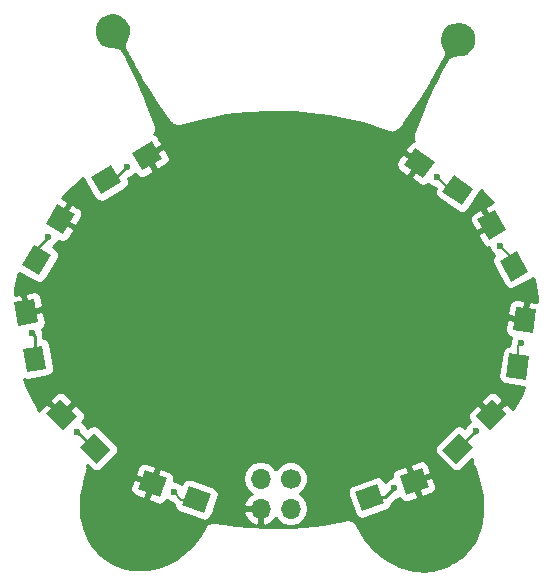
<source format=gtl>
G04 #@! TF.FileFunction,Copper,L1,Top,Signal*
%FSLAX46Y46*%
G04 Gerber Fmt 4.6, Leading zero omitted, Abs format (unit mm)*
G04 Created by KiCad (PCBNEW 4.0.7) date 06/18/18 14:14:14*
%MOMM*%
%LPD*%
G01*
G04 APERTURE LIST*
%ADD10C,0.100000*%
%ADD11C,1.700000*%
%ADD12O,1.700000X1.700000*%
%ADD13C,0.600000*%
%ADD14C,0.200000*%
%ADD15C,0.250000*%
%ADD16C,0.254000*%
G04 APERTURE END LIST*
D10*
D11*
X101270000Y-115730000D03*
D12*
X101270000Y-118270000D03*
X98730000Y-115730000D03*
X98730000Y-118270000D03*
D10*
G36*
X112383360Y-114824701D02*
X112964795Y-116422179D01*
X111085410Y-117106219D01*
X110503975Y-115508741D01*
X112383360Y-114824701D01*
X112383360Y-114824701D01*
G37*
G36*
X108624590Y-116192781D02*
X109206025Y-117790259D01*
X107326640Y-118474299D01*
X106745205Y-116876821D01*
X108624590Y-116192781D01*
X108624590Y-116192781D01*
G37*
G36*
X88330205Y-116612679D02*
X88911640Y-115015201D01*
X90791025Y-115699241D01*
X90209590Y-117296719D01*
X88330205Y-116612679D01*
X88330205Y-116612679D01*
G37*
G36*
X92088975Y-117980759D02*
X92670410Y-116383281D01*
X94549795Y-117067321D01*
X93968360Y-118664799D01*
X92088975Y-117980759D01*
X92088975Y-117980759D01*
G37*
G36*
X80589638Y-110239720D02*
X81791720Y-109037638D01*
X83205934Y-110451852D01*
X82003852Y-111653934D01*
X80589638Y-110239720D01*
X80589638Y-110239720D01*
G37*
G36*
X83418066Y-113068148D02*
X84620148Y-111866066D01*
X86034362Y-113280280D01*
X84832280Y-114482362D01*
X83418066Y-113068148D01*
X83418066Y-113068148D01*
G37*
G36*
X77889969Y-100825177D02*
X79564142Y-100529975D01*
X79911439Y-102499591D01*
X78237266Y-102794793D01*
X77889969Y-100825177D01*
X77889969Y-100825177D01*
G37*
G36*
X78584561Y-104764409D02*
X80258734Y-104469207D01*
X80606031Y-106438823D01*
X78931858Y-106734025D01*
X78584561Y-104764409D01*
X78584561Y-104764409D01*
G37*
G36*
X81535878Y-92480924D02*
X83008122Y-93330924D01*
X82008122Y-95062974D01*
X80535878Y-94212974D01*
X81535878Y-92480924D01*
X81535878Y-92480924D01*
G37*
G36*
X79535878Y-95945026D02*
X81008122Y-96795026D01*
X80008122Y-98527076D01*
X78535878Y-97677076D01*
X79535878Y-95945026D01*
X79535878Y-95945026D01*
G37*
G36*
X89549076Y-87171878D02*
X90399076Y-88644122D01*
X88667026Y-89644122D01*
X87817026Y-88171878D01*
X89549076Y-87171878D01*
X89549076Y-87171878D01*
G37*
G36*
X86084974Y-89171878D02*
X86934974Y-90644122D01*
X85202924Y-91644122D01*
X84352924Y-90171878D01*
X86084974Y-89171878D01*
X86084974Y-89171878D01*
G37*
G36*
X110847004Y-89145550D02*
X111822084Y-87752991D01*
X113460388Y-88900144D01*
X112485308Y-90292703D01*
X110847004Y-89145550D01*
X110847004Y-89145550D01*
G37*
G36*
X114123612Y-91439856D02*
X115098692Y-90047297D01*
X116736996Y-91194450D01*
X115761916Y-92587009D01*
X114123612Y-91439856D01*
X114123612Y-91439856D01*
G37*
G36*
X117094080Y-93762208D02*
X118595091Y-92964107D01*
X119534034Y-94730002D01*
X118033023Y-95528103D01*
X117094080Y-93762208D01*
X117094080Y-93762208D01*
G37*
G36*
X118971966Y-97293998D02*
X120472977Y-96495897D01*
X121411920Y-98261792D01*
X119910909Y-99059893D01*
X118971966Y-97293998D01*
X118971966Y-97293998D01*
G37*
G36*
X120352791Y-101177899D02*
X122036247Y-101414493D01*
X121757901Y-103395029D01*
X120074445Y-103158435D01*
X120352791Y-101177899D01*
X120352791Y-101177899D01*
G37*
G36*
X119796099Y-105138971D02*
X121479555Y-105375565D01*
X121201209Y-107356101D01*
X119517753Y-107119507D01*
X119796099Y-105138971D01*
X119796099Y-105138971D01*
G37*
G36*
X118360280Y-109037638D02*
X119562362Y-110239720D01*
X118148148Y-111653934D01*
X116946066Y-110451852D01*
X118360280Y-109037638D01*
X118360280Y-109037638D01*
G37*
G36*
X115531852Y-111866066D02*
X116733934Y-113068148D01*
X115319720Y-114482362D01*
X114117638Y-113280280D01*
X115531852Y-111866066D01*
X115531852Y-111866066D01*
G37*
D13*
X103632000Y-113538000D03*
X96139000Y-113665000D03*
X96012000Y-108966000D03*
X103632000Y-109093000D03*
X91389200Y-116878100D03*
X83174840Y-111749840D03*
X79364840Y-103444040D03*
X80736440Y-95290640D03*
X87401400Y-89347040D03*
X113665000Y-90170000D03*
X118999000Y-96012000D03*
X120777000Y-104267000D03*
X116954300Y-111709200D03*
X110032800Y-116573300D03*
D14*
X102997000Y-112903000D02*
X103632000Y-113538000D01*
X96901000Y-112903000D02*
X102997000Y-112903000D01*
X96139000Y-113665000D02*
X96901000Y-112903000D01*
X96647000Y-109601000D02*
X96012000Y-108966000D01*
X103124000Y-109601000D02*
X96647000Y-109601000D01*
X103632000Y-109093000D02*
X103124000Y-109601000D01*
D15*
X111563837Y-89237237D02*
X112556616Y-89237237D01*
D14*
X92035140Y-117524040D02*
X93319385Y-117524040D01*
X91389200Y-116878100D02*
X92035140Y-117524040D01*
D15*
X83174840Y-111749840D02*
X84599214Y-113174214D01*
X84599214Y-113174214D02*
X84726214Y-113174214D01*
X79595296Y-103674496D02*
X79595296Y-105601616D01*
X79364840Y-103444040D02*
X79595296Y-103674496D01*
X80736440Y-95290640D02*
X79772000Y-96255080D01*
X79772000Y-96255080D02*
X79772000Y-97236051D01*
X87401400Y-89347040D02*
X86340440Y-90408000D01*
X86340440Y-90408000D02*
X85643949Y-90408000D01*
D14*
X113665000Y-90170000D02*
X114812153Y-91317153D01*
X114812153Y-91317153D02*
X115430304Y-91317153D01*
X120191943Y-97777895D02*
X120191943Y-97204943D01*
X120191943Y-97204943D02*
X118999000Y-96012000D01*
X120498654Y-104545346D02*
X120498654Y-106247536D01*
X120777000Y-104267000D02*
X120498654Y-104545346D01*
D15*
X116954300Y-111709200D02*
X115489286Y-113174214D01*
X115489286Y-113174214D02*
X115425786Y-113174214D01*
X115501986Y-113174214D02*
X115425786Y-113174214D01*
X109272560Y-117333540D02*
X107975615Y-117333540D01*
X110032800Y-116573300D02*
X109272560Y-117333540D01*
D16*
G36*
X86310819Y-76525979D02*
X86588152Y-76583358D01*
X86709787Y-76621369D01*
X86874545Y-76699825D01*
X87118745Y-76874254D01*
X87294249Y-77065713D01*
X87380080Y-77215916D01*
X87489624Y-77502417D01*
X87504200Y-77677327D01*
X87504200Y-77953935D01*
X87479153Y-78095867D01*
X87457634Y-78196289D01*
X87327284Y-78507125D01*
X87236257Y-78689178D01*
X87233681Y-78698586D01*
X87227910Y-78706451D01*
X87197182Y-78831867D01*
X87163087Y-78956369D01*
X87164307Y-78966045D01*
X87161985Y-78975521D01*
X87181589Y-79103139D01*
X87197735Y-79231222D01*
X87202566Y-79239697D01*
X87204047Y-79249338D01*
X87254847Y-79389038D01*
X87272642Y-79418383D01*
X87281069Y-79451653D01*
X87408069Y-79718352D01*
X87419892Y-79734206D01*
X87425794Y-79753085D01*
X87806752Y-80451508D01*
X88121509Y-81030661D01*
X88246308Y-81267780D01*
X88253116Y-81276185D01*
X88256500Y-81286461D01*
X88421600Y-81578561D01*
X88425317Y-81582879D01*
X88427184Y-81588261D01*
X88643085Y-81956561D01*
X88645535Y-81959318D01*
X88646780Y-81962792D01*
X88989680Y-82534292D01*
X88994599Y-82539715D01*
X88997208Y-82546555D01*
X89340108Y-83092655D01*
X89344140Y-83096922D01*
X89346321Y-83102374D01*
X89867021Y-83902473D01*
X89872852Y-83908447D01*
X89876132Y-83916126D01*
X90038814Y-84153892D01*
X90163445Y-84340838D01*
X90167091Y-84344492D01*
X90169130Y-84349235D01*
X90305948Y-84548243D01*
X90455544Y-84772637D01*
X90467889Y-84785007D01*
X90475335Y-84800818D01*
X90907135Y-85385018D01*
X90927763Y-85403775D01*
X90941561Y-85428001D01*
X91106661Y-85618501D01*
X91157893Y-85658292D01*
X91199667Y-85707917D01*
X91263167Y-85758717D01*
X91326087Y-85791345D01*
X91381551Y-85835472D01*
X91447860Y-85854492D01*
X91509095Y-85886247D01*
X91579710Y-85892313D01*
X91647840Y-85911856D01*
X91716377Y-85904054D01*
X91785107Y-85909958D01*
X91852672Y-85888538D01*
X91923091Y-85880521D01*
X92224361Y-85784115D01*
X92912349Y-85599832D01*
X93915038Y-85352254D01*
X94771855Y-85190825D01*
X94775604Y-85189316D01*
X94779642Y-85189312D01*
X95396508Y-85065939D01*
X95896602Y-84992754D01*
X96524399Y-84904863D01*
X96722364Y-84880117D01*
X96733405Y-84876450D01*
X96745033Y-84876912D01*
X96957335Y-84843391D01*
X97270948Y-84820160D01*
X97272783Y-84819652D01*
X97274673Y-84819874D01*
X98065600Y-84757102D01*
X99000012Y-84707267D01*
X99875472Y-84682606D01*
X101086240Y-84707570D01*
X101474354Y-84719699D01*
X102330956Y-84781771D01*
X102897458Y-84831032D01*
X103704311Y-84930337D01*
X104494137Y-85041407D01*
X105733548Y-85276895D01*
X107395339Y-85661339D01*
X108610825Y-86041946D01*
X109636457Y-86417177D01*
X109653791Y-86419874D01*
X109669198Y-86428259D01*
X109790080Y-86441083D01*
X109910191Y-86459774D01*
X109927235Y-86455633D01*
X109944680Y-86457484D01*
X110061258Y-86423075D01*
X110179389Y-86394377D01*
X110193555Y-86384026D01*
X110210377Y-86379061D01*
X110304922Y-86302652D01*
X110403068Y-86230938D01*
X110412192Y-86215959D01*
X110425837Y-86204931D01*
X110870337Y-85671531D01*
X110885445Y-85643770D01*
X110908186Y-85621818D01*
X112089286Y-83920018D01*
X112096592Y-83903225D01*
X112109103Y-83889855D01*
X113150503Y-82213455D01*
X113156066Y-82198653D01*
X113166355Y-82186643D01*
X114029955Y-80649942D01*
X114031546Y-80645071D01*
X114034823Y-80641134D01*
X114352323Y-80056934D01*
X114370967Y-79996975D01*
X114402065Y-79942422D01*
X114411702Y-79865974D01*
X114434580Y-79792400D01*
X114428860Y-79729867D01*
X114436713Y-79667569D01*
X114416363Y-79593260D01*
X114409344Y-79516524D01*
X114380127Y-79460939D01*
X114363543Y-79400378D01*
X114189710Y-79052712D01*
X114151622Y-78951143D01*
X114119342Y-78749396D01*
X114110430Y-78446386D01*
X114167348Y-78169925D01*
X114297850Y-77874121D01*
X114471519Y-77630984D01*
X114677822Y-77432049D01*
X114994243Y-77308568D01*
X115439541Y-77238717D01*
X115990608Y-77350652D01*
X116348675Y-77589364D01*
X116593491Y-77907624D01*
X116707196Y-78210838D01*
X116725325Y-78618741D01*
X116699854Y-78873449D01*
X116621789Y-79115451D01*
X116523290Y-79277272D01*
X116338253Y-79479931D01*
X116111037Y-79665070D01*
X115861442Y-79774268D01*
X115607311Y-79826847D01*
X115052592Y-79874057D01*
X114991710Y-79891647D01*
X114928483Y-79895842D01*
X114859922Y-79929722D01*
X114786449Y-79950949D01*
X114736933Y-79990497D01*
X114680124Y-80018570D01*
X114629748Y-80076106D01*
X114569989Y-80123836D01*
X114539377Y-80179323D01*
X114497635Y-80226998D01*
X114065835Y-80976298D01*
X114058395Y-80998274D01*
X114044268Y-81016679D01*
X113574368Y-81969179D01*
X113573398Y-81972795D01*
X113571148Y-81975791D01*
X113101248Y-82953691D01*
X113099034Y-82962305D01*
X113093869Y-82969545D01*
X112573169Y-84125245D01*
X112569421Y-84141474D01*
X112560384Y-84155467D01*
X112052384Y-85438168D01*
X112050785Y-85446917D01*
X112046146Y-85454504D01*
X111639746Y-86559404D01*
X111624820Y-86654241D01*
X111598469Y-86746557D01*
X111603464Y-86789932D01*
X111596675Y-86833064D01*
X111619177Y-86926392D01*
X111630159Y-87021767D01*
X111651373Y-87059930D01*
X111661607Y-87102375D01*
X111683619Y-87132610D01*
X111587427Y-87149571D01*
X111374371Y-87285303D01*
X111229475Y-87492237D01*
X110978282Y-87850977D01*
X111017267Y-88072072D01*
X112122508Y-88845970D01*
X112133979Y-88829587D01*
X112342045Y-88975276D01*
X112330573Y-88991659D01*
X112346956Y-89003130D01*
X112201267Y-89211196D01*
X112184884Y-89199724D01*
X111497023Y-90182092D01*
X111536008Y-90403187D01*
X112224553Y-90885312D01*
X112471184Y-90939989D01*
X112719965Y-90896123D01*
X112933021Y-90760391D01*
X112933105Y-90760272D01*
X113134673Y-90962192D01*
X113478201Y-91104838D01*
X113560463Y-91104910D01*
X113571702Y-91116148D01*
X113494558Y-91286657D01*
X113484516Y-91543464D01*
X113575177Y-91783945D01*
X113752256Y-91970208D01*
X115390560Y-93117361D01*
X115608717Y-93216063D01*
X115865524Y-93226105D01*
X116106005Y-93135444D01*
X116292268Y-92958365D01*
X117267348Y-91565806D01*
X117366050Y-91347649D01*
X117368336Y-91289183D01*
X118170510Y-92110456D01*
X118383034Y-92357678D01*
X118185452Y-92462733D01*
X117798773Y-92668334D01*
X117733134Y-92883031D01*
X118366568Y-94074348D01*
X118384227Y-94064959D01*
X118503473Y-94289227D01*
X118485814Y-94298616D01*
X118495203Y-94316275D01*
X118270935Y-94435521D01*
X118261546Y-94417862D01*
X117202671Y-94980876D01*
X117137031Y-95195573D01*
X117531650Y-95937742D01*
X117726577Y-96098427D01*
X117968157Y-96172286D01*
X118063868Y-96163070D01*
X118063838Y-96197167D01*
X118205883Y-96540943D01*
X118468673Y-96804192D01*
X118532535Y-96830710D01*
X118481026Y-96871912D01*
X118355490Y-97096170D01*
X118327093Y-97351599D01*
X118400310Y-97597953D01*
X119339253Y-99363848D01*
X119488823Y-99550833D01*
X119713080Y-99676369D01*
X119968510Y-99704766D01*
X120214863Y-99631549D01*
X121715874Y-98833448D01*
X121804313Y-98762706D01*
X121854196Y-98955588D01*
X121961570Y-99385082D01*
X122143205Y-100426462D01*
X122153324Y-100527647D01*
X122153324Y-100527648D01*
X122179903Y-100793442D01*
X121999542Y-100768094D01*
X121565863Y-100707144D01*
X121386564Y-100842256D01*
X121198785Y-102178375D01*
X121218591Y-102181158D01*
X121183240Y-102432686D01*
X121163435Y-102429903D01*
X121160652Y-102449709D01*
X120909124Y-102414358D01*
X120911907Y-102394553D01*
X119724328Y-102227650D01*
X119545029Y-102362761D01*
X119428046Y-103195140D01*
X119491297Y-103439712D01*
X119643326Y-103641463D01*
X119860989Y-103769676D01*
X119965032Y-103784298D01*
X119842162Y-104080201D01*
X119842031Y-104230508D01*
X119819603Y-104264074D01*
X119772052Y-104503128D01*
X119647016Y-104508929D01*
X119413640Y-104616569D01*
X119240529Y-104806525D01*
X119154960Y-105048865D01*
X118876614Y-107029401D01*
X118887711Y-107268590D01*
X118995351Y-107501966D01*
X119185307Y-107675077D01*
X119427647Y-107760646D01*
X121046046Y-107988097D01*
X120926147Y-108263421D01*
X120925209Y-108267730D01*
X120922739Y-108271380D01*
X120832004Y-108486875D01*
X120657776Y-108823715D01*
X120200947Y-109663293D01*
X120079746Y-109859079D01*
X119612389Y-109391722D01*
X119387883Y-109391722D01*
X118433819Y-110345786D01*
X118447962Y-110359929D01*
X118268357Y-110539534D01*
X118254214Y-110525391D01*
X118240072Y-110539534D01*
X118060467Y-110359929D01*
X118074609Y-110345786D01*
X117226611Y-109497788D01*
X117002105Y-109497788D01*
X116407740Y-110092153D01*
X116311067Y-110325542D01*
X116311066Y-110578161D01*
X116407739Y-110811550D01*
X116486860Y-110890671D01*
X116425357Y-110916083D01*
X116162108Y-111178873D01*
X116044209Y-111462805D01*
X115989661Y-111408257D01*
X115791958Y-111273172D01*
X115540796Y-111218688D01*
X115288225Y-111266212D01*
X115074043Y-111408257D01*
X113659829Y-112822471D01*
X113524744Y-113020174D01*
X113470260Y-113271336D01*
X113517784Y-113523907D01*
X113659829Y-113738089D01*
X114861911Y-114940171D01*
X115059614Y-115075256D01*
X115310776Y-115129740D01*
X115563347Y-115082216D01*
X115777529Y-114940171D01*
X116669080Y-114048620D01*
X116651916Y-114151793D01*
X116625626Y-114265795D01*
X116629302Y-114287726D01*
X116625653Y-114309658D01*
X116652078Y-114423624D01*
X116671417Y-114539012D01*
X116683204Y-114557865D01*
X116688227Y-114579527D01*
X116858545Y-114956660D01*
X116962336Y-115221903D01*
X117079197Y-115549115D01*
X117172730Y-115864786D01*
X117256197Y-116174807D01*
X117339497Y-116531809D01*
X117456759Y-117129846D01*
X117478318Y-117377769D01*
X117501600Y-117715361D01*
X117501600Y-118015085D01*
X117489531Y-118727136D01*
X117422197Y-119366812D01*
X117289260Y-119876404D01*
X117085752Y-120486928D01*
X116933976Y-120779639D01*
X116784108Y-121067848D01*
X116462845Y-121566359D01*
X116041237Y-122043442D01*
X115681111Y-122371792D01*
X115514492Y-122479605D01*
X115500413Y-122493275D01*
X115482598Y-122501498D01*
X115205630Y-122702929D01*
X115156915Y-122737725D01*
X115007282Y-122817529D01*
X114996647Y-122826241D01*
X114983652Y-122830717D01*
X114698616Y-122996988D01*
X114663567Y-123014512D01*
X114202280Y-123208739D01*
X114182876Y-123221869D01*
X114160278Y-123228057D01*
X114140621Y-123237886D01*
X113594788Y-123398425D01*
X113260545Y-123454132D01*
X113124228Y-123475104D01*
X112575906Y-123520797D01*
X112025989Y-123509575D01*
X111681563Y-123467826D01*
X111056588Y-123320105D01*
X110456268Y-123112301D01*
X110015055Y-122919978D01*
X109516187Y-122647868D01*
X109003164Y-122294452D01*
X108493895Y-121866203D01*
X108046140Y-121418448D01*
X107598146Y-120867070D01*
X107218305Y-120280044D01*
X106891022Y-119649721D01*
X106866581Y-119619203D01*
X106851656Y-119583063D01*
X106775456Y-119468763D01*
X106758861Y-119452133D01*
X106748497Y-119431054D01*
X106661548Y-119354617D01*
X106579772Y-119272670D01*
X106558081Y-119263658D01*
X106540436Y-119248147D01*
X106430857Y-119210804D01*
X106323943Y-119166387D01*
X106300448Y-119166362D01*
X106278216Y-119158786D01*
X106162691Y-119166219D01*
X106046914Y-119166098D01*
X106025202Y-119175065D01*
X106001760Y-119176573D01*
X105827221Y-119223117D01*
X105274401Y-119343295D01*
X104484741Y-119479018D01*
X103896656Y-119566605D01*
X103305940Y-119652751D01*
X102129013Y-119764249D01*
X101531106Y-119800856D01*
X100562188Y-119825700D01*
X99278761Y-119825700D01*
X97867034Y-119763782D01*
X96657681Y-119640379D01*
X95618294Y-119490106D01*
X95614665Y-119490298D01*
X95611225Y-119489120D01*
X94760324Y-119374820D01*
X94752372Y-119375320D01*
X94744778Y-119372906D01*
X94614393Y-119384000D01*
X94483843Y-119392212D01*
X94476690Y-119395716D01*
X94468747Y-119396392D01*
X94352541Y-119456534D01*
X94235062Y-119514084D01*
X94229792Y-119520062D01*
X94222716Y-119523724D01*
X94138378Y-119623749D01*
X94051858Y-119721885D01*
X94049277Y-119729422D01*
X94044140Y-119735515D01*
X93847159Y-120092542D01*
X93603054Y-120499385D01*
X93082719Y-121216290D01*
X92580262Y-121718746D01*
X92116426Y-122124603D01*
X91552895Y-122527125D01*
X90869168Y-122914570D01*
X90292576Y-123136336D01*
X89700540Y-123295730D01*
X89031324Y-123409157D01*
X88383307Y-123431502D01*
X87843134Y-123387406D01*
X87228390Y-123264458D01*
X86588609Y-123051197D01*
X86062555Y-122799130D01*
X85600234Y-122494676D01*
X85251568Y-122233176D01*
X84930099Y-121911707D01*
X84495687Y-121385840D01*
X84179824Y-120895708D01*
X84007184Y-120507267D01*
X83774072Y-119889520D01*
X83673022Y-119496549D01*
X83571269Y-119021703D01*
X83525944Y-118477801D01*
X83514396Y-118027426D01*
X83549419Y-117221887D01*
X83664987Y-116563155D01*
X83676433Y-116514188D01*
X87690300Y-116514188D01*
X87701319Y-116766566D01*
X87808081Y-116995517D01*
X87994331Y-117166183D01*
X88784198Y-117453671D01*
X88801369Y-117445664D01*
X89226352Y-117445664D01*
X89321232Y-117649136D01*
X90111099Y-117936624D01*
X90363477Y-117925605D01*
X90592428Y-117818844D01*
X90763095Y-117632594D01*
X90778631Y-117589910D01*
X90858873Y-117670292D01*
X91202401Y-117812938D01*
X91284663Y-117813010D01*
X91445313Y-117973660D01*
X91441705Y-117995591D01*
X91498471Y-118246247D01*
X91648284Y-118455069D01*
X91867538Y-118589154D01*
X93746923Y-119273194D01*
X93983192Y-119312069D01*
X94233847Y-119255303D01*
X94442670Y-119105490D01*
X94576755Y-118886237D01*
X94671149Y-118626890D01*
X97288524Y-118626890D01*
X97458355Y-119036924D01*
X97848642Y-119465183D01*
X98373108Y-119711486D01*
X98603000Y-119590819D01*
X98603000Y-118397000D01*
X97409845Y-118397000D01*
X97288524Y-118626890D01*
X94671149Y-118626890D01*
X95158190Y-117288759D01*
X95197065Y-117052489D01*
X95140299Y-116801833D01*
X94990486Y-116593011D01*
X94771232Y-116458926D01*
X92891847Y-115774886D01*
X92655578Y-115736011D01*
X92404923Y-115792777D01*
X92196100Y-115942590D01*
X92062015Y-116161843D01*
X92044197Y-116210796D01*
X91919527Y-116085908D01*
X91575999Y-115943262D01*
X91378024Y-115943090D01*
X91430930Y-115797732D01*
X91427973Y-115730000D01*
X97215907Y-115730000D01*
X97328946Y-116298285D01*
X97650853Y-116780054D01*
X97991553Y-117007702D01*
X97848642Y-117074817D01*
X97458355Y-117503076D01*
X97288524Y-117913110D01*
X97409845Y-118143000D01*
X98603000Y-118143000D01*
X98603000Y-118123000D01*
X98857000Y-118123000D01*
X98857000Y-118143000D01*
X98877000Y-118143000D01*
X98877000Y-118397000D01*
X98857000Y-118397000D01*
X98857000Y-119590819D01*
X99086892Y-119711486D01*
X99611358Y-119465183D01*
X100001645Y-119036924D01*
X100001655Y-119036899D01*
X100190853Y-119320054D01*
X100672622Y-119641961D01*
X101240907Y-119755000D01*
X101299093Y-119755000D01*
X101867378Y-119641961D01*
X102349147Y-119320054D01*
X102671054Y-118838285D01*
X102784093Y-118270000D01*
X102671054Y-117701715D01*
X102349147Y-117219946D01*
X102044840Y-117016615D01*
X102110086Y-116989656D01*
X102255883Y-116844113D01*
X106098592Y-116844113D01*
X106136810Y-117098259D01*
X106718245Y-118695737D01*
X106840336Y-118901718D01*
X107044940Y-119057243D01*
X107293932Y-119120912D01*
X107548077Y-119082694D01*
X109427462Y-118398654D01*
X109633444Y-118276563D01*
X109788969Y-118071959D01*
X109850818Y-117830084D01*
X110172480Y-117508422D01*
X110217967Y-117508462D01*
X110511862Y-117387027D01*
X110531905Y-117442094D01*
X110702572Y-117628344D01*
X110931523Y-117735105D01*
X111183901Y-117746124D01*
X111973768Y-117458636D01*
X112068648Y-117255164D01*
X111658481Y-116128238D01*
X111639687Y-116135079D01*
X111605578Y-116041364D01*
X111897163Y-116041364D01*
X112307330Y-117168291D01*
X112510802Y-117263171D01*
X113300669Y-116975683D01*
X113486919Y-116805017D01*
X113593681Y-116576066D01*
X113604700Y-116323688D01*
X113518299Y-116086304D01*
X113368515Y-115674774D01*
X113165043Y-115579894D01*
X111897163Y-116041364D01*
X111605578Y-116041364D01*
X111552814Y-115896396D01*
X111571607Y-115889556D01*
X111161440Y-114762629D01*
X110975140Y-114675756D01*
X111400122Y-114675756D01*
X111810289Y-115802682D01*
X113078170Y-115341212D01*
X113173050Y-115137740D01*
X113023266Y-114726210D01*
X112936865Y-114488826D01*
X112766198Y-114302576D01*
X112537247Y-114195815D01*
X112284869Y-114184796D01*
X111495002Y-114472284D01*
X111400122Y-114675756D01*
X110975140Y-114675756D01*
X110957968Y-114667749D01*
X110168101Y-114955237D01*
X109981851Y-115125903D01*
X109875089Y-115354854D01*
X109864070Y-115607232D01*
X109875328Y-115638162D01*
X109847633Y-115638138D01*
X109503857Y-115780183D01*
X109254140Y-116029465D01*
X109232985Y-115971343D01*
X109110894Y-115765362D01*
X108906290Y-115609837D01*
X108657298Y-115546168D01*
X108403153Y-115584386D01*
X106523768Y-116268426D01*
X106317786Y-116390517D01*
X106162261Y-116595121D01*
X106098592Y-116844113D01*
X102255883Y-116844113D01*
X102528188Y-116572283D01*
X102754742Y-116026681D01*
X102755257Y-115435911D01*
X102529656Y-114889914D01*
X102112283Y-114471812D01*
X101566681Y-114245258D01*
X100975911Y-114244743D01*
X100429914Y-114470344D01*
X100011812Y-114887717D01*
X99987345Y-114946639D01*
X99809147Y-114679946D01*
X99327378Y-114358039D01*
X98759093Y-114245000D01*
X98700907Y-114245000D01*
X98132622Y-114358039D01*
X97650853Y-114679946D01*
X97328946Y-115161715D01*
X97215907Y-115730000D01*
X91427973Y-115730000D01*
X91419911Y-115545354D01*
X91313149Y-115316403D01*
X91126899Y-115145737D01*
X90337032Y-114858249D01*
X90133560Y-114953129D01*
X89723393Y-116080056D01*
X89742186Y-116086896D01*
X89655313Y-116325579D01*
X89636519Y-116318738D01*
X89226352Y-117445664D01*
X88801369Y-117445664D01*
X88987670Y-117358791D01*
X89397837Y-116231864D01*
X88129957Y-115770394D01*
X87926485Y-115865274D01*
X87776701Y-116276804D01*
X87690300Y-116514188D01*
X83676433Y-116514188D01*
X83880488Y-115641290D01*
X83989691Y-115328240D01*
X88121950Y-115328240D01*
X88216830Y-115531712D01*
X89484711Y-115993182D01*
X89894878Y-114866256D01*
X89799998Y-114662784D01*
X89010131Y-114375296D01*
X88757753Y-114386315D01*
X88528802Y-114493076D01*
X88358135Y-114679326D01*
X88271734Y-114916710D01*
X88121950Y-115328240D01*
X83989691Y-115328240D01*
X84058582Y-115130754D01*
X84059692Y-115122835D01*
X84063594Y-115115857D01*
X84078885Y-114985937D01*
X84097044Y-114856409D01*
X84095040Y-114848671D01*
X84095975Y-114840727D01*
X84060387Y-114714861D01*
X84029362Y-114595062D01*
X84374471Y-114940171D01*
X84572174Y-115075256D01*
X84823336Y-115129740D01*
X85075907Y-115082216D01*
X85290089Y-114940171D01*
X86492171Y-113738089D01*
X86627256Y-113540386D01*
X86681740Y-113289224D01*
X86634216Y-113036653D01*
X86492171Y-112822471D01*
X85077957Y-111408257D01*
X84880254Y-111273172D01*
X84629092Y-111218688D01*
X84376521Y-111266212D01*
X84162339Y-111408257D01*
X84079571Y-111491025D01*
X83967957Y-111220897D01*
X83705167Y-110957648D01*
X83629559Y-110926252D01*
X83744261Y-110811550D01*
X83840934Y-110578161D01*
X83840933Y-110325542D01*
X83744260Y-110092153D01*
X83149895Y-109497788D01*
X82925389Y-109497788D01*
X82077391Y-110345786D01*
X82091534Y-110359929D01*
X81911929Y-110539534D01*
X81897786Y-110525391D01*
X81883644Y-110539534D01*
X81704039Y-110359929D01*
X81718181Y-110345786D01*
X80764117Y-109391722D01*
X80539611Y-109391722D01*
X80051311Y-109880022D01*
X80005158Y-109991444D01*
X79773906Y-109613731D01*
X79432386Y-108987611D01*
X80943722Y-108987611D01*
X80943722Y-109212117D01*
X81897786Y-110166181D01*
X82745784Y-109318183D01*
X82745784Y-109093677D01*
X117406216Y-109093677D01*
X117406216Y-109318183D01*
X118254214Y-110166181D01*
X119208278Y-109212117D01*
X119208278Y-108987611D01*
X118719978Y-108499311D01*
X118486589Y-108402638D01*
X118233970Y-108402639D01*
X118000581Y-108499312D01*
X117406216Y-109093677D01*
X82745784Y-109093677D01*
X82151419Y-108499312D01*
X81918030Y-108402639D01*
X81665411Y-108402638D01*
X81432022Y-108499311D01*
X80943722Y-108987611D01*
X79432386Y-108987611D01*
X79260839Y-108673109D01*
X78861153Y-107801067D01*
X78673061Y-107313421D01*
X78787364Y-107365135D01*
X79044285Y-107371629D01*
X80718458Y-107076427D01*
X80942511Y-106991959D01*
X81131202Y-106817470D01*
X81237141Y-106583317D01*
X81243635Y-106326396D01*
X80896338Y-104356780D01*
X80811870Y-104132727D01*
X80637382Y-103944036D01*
X80403228Y-103838097D01*
X80355296Y-103836885D01*
X80355296Y-103674496D01*
X80299883Y-103395917D01*
X80300002Y-103258873D01*
X80216950Y-103057871D01*
X80359153Y-102967278D01*
X80504048Y-102760345D01*
X80558725Y-102513714D01*
X80432318Y-101796823D01*
X119624567Y-101796823D01*
X119759678Y-101976122D01*
X120947257Y-102143025D01*
X121135036Y-100806906D01*
X120999925Y-100627607D01*
X120566246Y-100566657D01*
X120316085Y-100531500D01*
X120071513Y-100594750D01*
X119869763Y-100746781D01*
X119741550Y-100964444D01*
X119624567Y-101796823D01*
X80432318Y-101796823D01*
X80412763Y-101685925D01*
X80228859Y-101557154D01*
X79047828Y-101765401D01*
X79051301Y-101785097D01*
X78801160Y-101829204D01*
X78797687Y-101809508D01*
X78777991Y-101812981D01*
X78733884Y-101562840D01*
X78753580Y-101559367D01*
X78519285Y-100230615D01*
X78456294Y-100186508D01*
X78769426Y-100186508D01*
X79003721Y-101515260D01*
X80184752Y-101307013D01*
X80313524Y-101123108D01*
X80167562Y-100295319D01*
X80031830Y-100082262D01*
X79824897Y-99937366D01*
X79578267Y-99882689D01*
X79329486Y-99926556D01*
X78898198Y-100002603D01*
X78769426Y-100186508D01*
X78456294Y-100186508D01*
X78335380Y-100101843D01*
X77913142Y-100176295D01*
X77968070Y-99685606D01*
X78231363Y-98512752D01*
X78304449Y-98291060D01*
X79684402Y-99087776D01*
X79910331Y-99167088D01*
X80167036Y-99154710D01*
X80398701Y-99043435D01*
X80568821Y-98850796D01*
X81568821Y-97118746D01*
X81648134Y-96892817D01*
X81635756Y-96636111D01*
X81524481Y-96404447D01*
X81331842Y-96234326D01*
X81152113Y-96130559D01*
X81265383Y-96083757D01*
X81528632Y-95820967D01*
X81629647Y-95577697D01*
X81800009Y-95676056D01*
X82050467Y-95709029D01*
X82294477Y-95643646D01*
X82494893Y-95489861D01*
X82915173Y-94761916D01*
X82857066Y-94545059D01*
X81818485Y-93945434D01*
X81808485Y-93962755D01*
X81588515Y-93835755D01*
X81598515Y-93818434D01*
X81581194Y-93808434D01*
X81629096Y-93725464D01*
X81945485Y-93725464D01*
X82984066Y-94325089D01*
X83200923Y-94266982D01*
X83529804Y-93697343D01*
X116449897Y-93697343D01*
X116474110Y-93948798D01*
X116868728Y-94690968D01*
X117083425Y-94756607D01*
X118142300Y-94193594D01*
X117508865Y-93002277D01*
X117294169Y-92936637D01*
X116907490Y-93142238D01*
X116684440Y-93260835D01*
X116523755Y-93455762D01*
X116449897Y-93697343D01*
X83529804Y-93697343D01*
X83621202Y-93539037D01*
X83654175Y-93288579D01*
X83588794Y-93044568D01*
X83435009Y-92844152D01*
X83216235Y-92717843D01*
X82836967Y-92498872D01*
X82620110Y-92556979D01*
X81945485Y-93725464D01*
X81629096Y-93725464D01*
X81708194Y-93588464D01*
X81725515Y-93598464D01*
X82400140Y-92429979D01*
X82342033Y-92213122D01*
X81962765Y-91994152D01*
X81948600Y-91985974D01*
X82766508Y-91111003D01*
X83716241Y-90269194D01*
X83792224Y-90495598D01*
X84642224Y-91967842D01*
X84798229Y-92149493D01*
X85026731Y-92267126D01*
X85282996Y-92286591D01*
X85526644Y-92204821D01*
X87258694Y-91204821D01*
X87440345Y-91048817D01*
X87557978Y-90820315D01*
X87577444Y-90564050D01*
X87497475Y-90325767D01*
X87541080Y-90282162D01*
X87586567Y-90282202D01*
X87930343Y-90140157D01*
X88114208Y-89956613D01*
X88180254Y-90071009D01*
X88380670Y-90224794D01*
X88624681Y-90290175D01*
X88875139Y-90257202D01*
X89603084Y-89836923D01*
X89661191Y-89620066D01*
X89061566Y-88581485D01*
X89044245Y-88591485D01*
X88965148Y-88454485D01*
X89281536Y-88454485D01*
X89881161Y-89493066D01*
X90098018Y-89551173D01*
X90825039Y-89131426D01*
X110199717Y-89131426D01*
X110243585Y-89380207D01*
X110379317Y-89593263D01*
X111067862Y-90075388D01*
X111288958Y-90036403D01*
X111976819Y-89054035D01*
X110871579Y-88280137D01*
X110650483Y-88319122D01*
X110399290Y-88677862D01*
X110254394Y-88884796D01*
X110199717Y-89131426D01*
X90825039Y-89131426D01*
X90825963Y-89130893D01*
X90979748Y-88930477D01*
X91045131Y-88686467D01*
X91012158Y-88436009D01*
X90885848Y-88217235D01*
X90666878Y-87837967D01*
X90450021Y-87779860D01*
X89281536Y-88454485D01*
X88965148Y-88454485D01*
X88917245Y-88371515D01*
X88934566Y-88361515D01*
X88924566Y-88344194D01*
X89144536Y-88217194D01*
X89154536Y-88234515D01*
X90323021Y-87559890D01*
X90381128Y-87343033D01*
X90162157Y-86963765D01*
X90035848Y-86744991D01*
X89835432Y-86591206D01*
X89724172Y-86561395D01*
X89759529Y-86504483D01*
X89827282Y-86409130D01*
X89832251Y-86387426D01*
X89844000Y-86368514D01*
X89863003Y-86253108D01*
X89889107Y-86139088D01*
X89885392Y-86117134D01*
X89889009Y-86095167D01*
X89862402Y-85981276D01*
X89842886Y-85865943D01*
X89030086Y-83732343D01*
X89026911Y-83727283D01*
X89025818Y-83721413D01*
X88467018Y-82324413D01*
X88454065Y-82304506D01*
X88448184Y-82281492D01*
X87444884Y-80185992D01*
X87429686Y-80165702D01*
X87421696Y-80141646D01*
X87053396Y-79493945D01*
X86991118Y-79421983D01*
X86938246Y-79342854D01*
X86901236Y-79318125D01*
X86872110Y-79284470D01*
X86787035Y-79241819D01*
X86707905Y-79188946D01*
X86664252Y-79180263D01*
X86624461Y-79160314D01*
X86529538Y-79153466D01*
X86436200Y-79134900D01*
X86278905Y-79134900D01*
X85966792Y-79105639D01*
X85670040Y-79024707D01*
X85411204Y-78899751D01*
X85253924Y-78790339D01*
X85176550Y-78690859D01*
X84968252Y-78313939D01*
X84880216Y-78049830D01*
X84850926Y-77866771D01*
X84866673Y-77606954D01*
X84963826Y-77280164D01*
X85061384Y-77092552D01*
X85184876Y-76945907D01*
X85398860Y-76749041D01*
X85650476Y-76619175D01*
X85831567Y-76564060D01*
X86132061Y-76518531D01*
X86310819Y-76525979D01*
X86310819Y-76525979D01*
G37*
X86310819Y-76525979D02*
X86588152Y-76583358D01*
X86709787Y-76621369D01*
X86874545Y-76699825D01*
X87118745Y-76874254D01*
X87294249Y-77065713D01*
X87380080Y-77215916D01*
X87489624Y-77502417D01*
X87504200Y-77677327D01*
X87504200Y-77953935D01*
X87479153Y-78095867D01*
X87457634Y-78196289D01*
X87327284Y-78507125D01*
X87236257Y-78689178D01*
X87233681Y-78698586D01*
X87227910Y-78706451D01*
X87197182Y-78831867D01*
X87163087Y-78956369D01*
X87164307Y-78966045D01*
X87161985Y-78975521D01*
X87181589Y-79103139D01*
X87197735Y-79231222D01*
X87202566Y-79239697D01*
X87204047Y-79249338D01*
X87254847Y-79389038D01*
X87272642Y-79418383D01*
X87281069Y-79451653D01*
X87408069Y-79718352D01*
X87419892Y-79734206D01*
X87425794Y-79753085D01*
X87806752Y-80451508D01*
X88121509Y-81030661D01*
X88246308Y-81267780D01*
X88253116Y-81276185D01*
X88256500Y-81286461D01*
X88421600Y-81578561D01*
X88425317Y-81582879D01*
X88427184Y-81588261D01*
X88643085Y-81956561D01*
X88645535Y-81959318D01*
X88646780Y-81962792D01*
X88989680Y-82534292D01*
X88994599Y-82539715D01*
X88997208Y-82546555D01*
X89340108Y-83092655D01*
X89344140Y-83096922D01*
X89346321Y-83102374D01*
X89867021Y-83902473D01*
X89872852Y-83908447D01*
X89876132Y-83916126D01*
X90038814Y-84153892D01*
X90163445Y-84340838D01*
X90167091Y-84344492D01*
X90169130Y-84349235D01*
X90305948Y-84548243D01*
X90455544Y-84772637D01*
X90467889Y-84785007D01*
X90475335Y-84800818D01*
X90907135Y-85385018D01*
X90927763Y-85403775D01*
X90941561Y-85428001D01*
X91106661Y-85618501D01*
X91157893Y-85658292D01*
X91199667Y-85707917D01*
X91263167Y-85758717D01*
X91326087Y-85791345D01*
X91381551Y-85835472D01*
X91447860Y-85854492D01*
X91509095Y-85886247D01*
X91579710Y-85892313D01*
X91647840Y-85911856D01*
X91716377Y-85904054D01*
X91785107Y-85909958D01*
X91852672Y-85888538D01*
X91923091Y-85880521D01*
X92224361Y-85784115D01*
X92912349Y-85599832D01*
X93915038Y-85352254D01*
X94771855Y-85190825D01*
X94775604Y-85189316D01*
X94779642Y-85189312D01*
X95396508Y-85065939D01*
X95896602Y-84992754D01*
X96524399Y-84904863D01*
X96722364Y-84880117D01*
X96733405Y-84876450D01*
X96745033Y-84876912D01*
X96957335Y-84843391D01*
X97270948Y-84820160D01*
X97272783Y-84819652D01*
X97274673Y-84819874D01*
X98065600Y-84757102D01*
X99000012Y-84707267D01*
X99875472Y-84682606D01*
X101086240Y-84707570D01*
X101474354Y-84719699D01*
X102330956Y-84781771D01*
X102897458Y-84831032D01*
X103704311Y-84930337D01*
X104494137Y-85041407D01*
X105733548Y-85276895D01*
X107395339Y-85661339D01*
X108610825Y-86041946D01*
X109636457Y-86417177D01*
X109653791Y-86419874D01*
X109669198Y-86428259D01*
X109790080Y-86441083D01*
X109910191Y-86459774D01*
X109927235Y-86455633D01*
X109944680Y-86457484D01*
X110061258Y-86423075D01*
X110179389Y-86394377D01*
X110193555Y-86384026D01*
X110210377Y-86379061D01*
X110304922Y-86302652D01*
X110403068Y-86230938D01*
X110412192Y-86215959D01*
X110425837Y-86204931D01*
X110870337Y-85671531D01*
X110885445Y-85643770D01*
X110908186Y-85621818D01*
X112089286Y-83920018D01*
X112096592Y-83903225D01*
X112109103Y-83889855D01*
X113150503Y-82213455D01*
X113156066Y-82198653D01*
X113166355Y-82186643D01*
X114029955Y-80649942D01*
X114031546Y-80645071D01*
X114034823Y-80641134D01*
X114352323Y-80056934D01*
X114370967Y-79996975D01*
X114402065Y-79942422D01*
X114411702Y-79865974D01*
X114434580Y-79792400D01*
X114428860Y-79729867D01*
X114436713Y-79667569D01*
X114416363Y-79593260D01*
X114409344Y-79516524D01*
X114380127Y-79460939D01*
X114363543Y-79400378D01*
X114189710Y-79052712D01*
X114151622Y-78951143D01*
X114119342Y-78749396D01*
X114110430Y-78446386D01*
X114167348Y-78169925D01*
X114297850Y-77874121D01*
X114471519Y-77630984D01*
X114677822Y-77432049D01*
X114994243Y-77308568D01*
X115439541Y-77238717D01*
X115990608Y-77350652D01*
X116348675Y-77589364D01*
X116593491Y-77907624D01*
X116707196Y-78210838D01*
X116725325Y-78618741D01*
X116699854Y-78873449D01*
X116621789Y-79115451D01*
X116523290Y-79277272D01*
X116338253Y-79479931D01*
X116111037Y-79665070D01*
X115861442Y-79774268D01*
X115607311Y-79826847D01*
X115052592Y-79874057D01*
X114991710Y-79891647D01*
X114928483Y-79895842D01*
X114859922Y-79929722D01*
X114786449Y-79950949D01*
X114736933Y-79990497D01*
X114680124Y-80018570D01*
X114629748Y-80076106D01*
X114569989Y-80123836D01*
X114539377Y-80179323D01*
X114497635Y-80226998D01*
X114065835Y-80976298D01*
X114058395Y-80998274D01*
X114044268Y-81016679D01*
X113574368Y-81969179D01*
X113573398Y-81972795D01*
X113571148Y-81975791D01*
X113101248Y-82953691D01*
X113099034Y-82962305D01*
X113093869Y-82969545D01*
X112573169Y-84125245D01*
X112569421Y-84141474D01*
X112560384Y-84155467D01*
X112052384Y-85438168D01*
X112050785Y-85446917D01*
X112046146Y-85454504D01*
X111639746Y-86559404D01*
X111624820Y-86654241D01*
X111598469Y-86746557D01*
X111603464Y-86789932D01*
X111596675Y-86833064D01*
X111619177Y-86926392D01*
X111630159Y-87021767D01*
X111651373Y-87059930D01*
X111661607Y-87102375D01*
X111683619Y-87132610D01*
X111587427Y-87149571D01*
X111374371Y-87285303D01*
X111229475Y-87492237D01*
X110978282Y-87850977D01*
X111017267Y-88072072D01*
X112122508Y-88845970D01*
X112133979Y-88829587D01*
X112342045Y-88975276D01*
X112330573Y-88991659D01*
X112346956Y-89003130D01*
X112201267Y-89211196D01*
X112184884Y-89199724D01*
X111497023Y-90182092D01*
X111536008Y-90403187D01*
X112224553Y-90885312D01*
X112471184Y-90939989D01*
X112719965Y-90896123D01*
X112933021Y-90760391D01*
X112933105Y-90760272D01*
X113134673Y-90962192D01*
X113478201Y-91104838D01*
X113560463Y-91104910D01*
X113571702Y-91116148D01*
X113494558Y-91286657D01*
X113484516Y-91543464D01*
X113575177Y-91783945D01*
X113752256Y-91970208D01*
X115390560Y-93117361D01*
X115608717Y-93216063D01*
X115865524Y-93226105D01*
X116106005Y-93135444D01*
X116292268Y-92958365D01*
X117267348Y-91565806D01*
X117366050Y-91347649D01*
X117368336Y-91289183D01*
X118170510Y-92110456D01*
X118383034Y-92357678D01*
X118185452Y-92462733D01*
X117798773Y-92668334D01*
X117733134Y-92883031D01*
X118366568Y-94074348D01*
X118384227Y-94064959D01*
X118503473Y-94289227D01*
X118485814Y-94298616D01*
X118495203Y-94316275D01*
X118270935Y-94435521D01*
X118261546Y-94417862D01*
X117202671Y-94980876D01*
X117137031Y-95195573D01*
X117531650Y-95937742D01*
X117726577Y-96098427D01*
X117968157Y-96172286D01*
X118063868Y-96163070D01*
X118063838Y-96197167D01*
X118205883Y-96540943D01*
X118468673Y-96804192D01*
X118532535Y-96830710D01*
X118481026Y-96871912D01*
X118355490Y-97096170D01*
X118327093Y-97351599D01*
X118400310Y-97597953D01*
X119339253Y-99363848D01*
X119488823Y-99550833D01*
X119713080Y-99676369D01*
X119968510Y-99704766D01*
X120214863Y-99631549D01*
X121715874Y-98833448D01*
X121804313Y-98762706D01*
X121854196Y-98955588D01*
X121961570Y-99385082D01*
X122143205Y-100426462D01*
X122153324Y-100527647D01*
X122153324Y-100527648D01*
X122179903Y-100793442D01*
X121999542Y-100768094D01*
X121565863Y-100707144D01*
X121386564Y-100842256D01*
X121198785Y-102178375D01*
X121218591Y-102181158D01*
X121183240Y-102432686D01*
X121163435Y-102429903D01*
X121160652Y-102449709D01*
X120909124Y-102414358D01*
X120911907Y-102394553D01*
X119724328Y-102227650D01*
X119545029Y-102362761D01*
X119428046Y-103195140D01*
X119491297Y-103439712D01*
X119643326Y-103641463D01*
X119860989Y-103769676D01*
X119965032Y-103784298D01*
X119842162Y-104080201D01*
X119842031Y-104230508D01*
X119819603Y-104264074D01*
X119772052Y-104503128D01*
X119647016Y-104508929D01*
X119413640Y-104616569D01*
X119240529Y-104806525D01*
X119154960Y-105048865D01*
X118876614Y-107029401D01*
X118887711Y-107268590D01*
X118995351Y-107501966D01*
X119185307Y-107675077D01*
X119427647Y-107760646D01*
X121046046Y-107988097D01*
X120926147Y-108263421D01*
X120925209Y-108267730D01*
X120922739Y-108271380D01*
X120832004Y-108486875D01*
X120657776Y-108823715D01*
X120200947Y-109663293D01*
X120079746Y-109859079D01*
X119612389Y-109391722D01*
X119387883Y-109391722D01*
X118433819Y-110345786D01*
X118447962Y-110359929D01*
X118268357Y-110539534D01*
X118254214Y-110525391D01*
X118240072Y-110539534D01*
X118060467Y-110359929D01*
X118074609Y-110345786D01*
X117226611Y-109497788D01*
X117002105Y-109497788D01*
X116407740Y-110092153D01*
X116311067Y-110325542D01*
X116311066Y-110578161D01*
X116407739Y-110811550D01*
X116486860Y-110890671D01*
X116425357Y-110916083D01*
X116162108Y-111178873D01*
X116044209Y-111462805D01*
X115989661Y-111408257D01*
X115791958Y-111273172D01*
X115540796Y-111218688D01*
X115288225Y-111266212D01*
X115074043Y-111408257D01*
X113659829Y-112822471D01*
X113524744Y-113020174D01*
X113470260Y-113271336D01*
X113517784Y-113523907D01*
X113659829Y-113738089D01*
X114861911Y-114940171D01*
X115059614Y-115075256D01*
X115310776Y-115129740D01*
X115563347Y-115082216D01*
X115777529Y-114940171D01*
X116669080Y-114048620D01*
X116651916Y-114151793D01*
X116625626Y-114265795D01*
X116629302Y-114287726D01*
X116625653Y-114309658D01*
X116652078Y-114423624D01*
X116671417Y-114539012D01*
X116683204Y-114557865D01*
X116688227Y-114579527D01*
X116858545Y-114956660D01*
X116962336Y-115221903D01*
X117079197Y-115549115D01*
X117172730Y-115864786D01*
X117256197Y-116174807D01*
X117339497Y-116531809D01*
X117456759Y-117129846D01*
X117478318Y-117377769D01*
X117501600Y-117715361D01*
X117501600Y-118015085D01*
X117489531Y-118727136D01*
X117422197Y-119366812D01*
X117289260Y-119876404D01*
X117085752Y-120486928D01*
X116933976Y-120779639D01*
X116784108Y-121067848D01*
X116462845Y-121566359D01*
X116041237Y-122043442D01*
X115681111Y-122371792D01*
X115514492Y-122479605D01*
X115500413Y-122493275D01*
X115482598Y-122501498D01*
X115205630Y-122702929D01*
X115156915Y-122737725D01*
X115007282Y-122817529D01*
X114996647Y-122826241D01*
X114983652Y-122830717D01*
X114698616Y-122996988D01*
X114663567Y-123014512D01*
X114202280Y-123208739D01*
X114182876Y-123221869D01*
X114160278Y-123228057D01*
X114140621Y-123237886D01*
X113594788Y-123398425D01*
X113260545Y-123454132D01*
X113124228Y-123475104D01*
X112575906Y-123520797D01*
X112025989Y-123509575D01*
X111681563Y-123467826D01*
X111056588Y-123320105D01*
X110456268Y-123112301D01*
X110015055Y-122919978D01*
X109516187Y-122647868D01*
X109003164Y-122294452D01*
X108493895Y-121866203D01*
X108046140Y-121418448D01*
X107598146Y-120867070D01*
X107218305Y-120280044D01*
X106891022Y-119649721D01*
X106866581Y-119619203D01*
X106851656Y-119583063D01*
X106775456Y-119468763D01*
X106758861Y-119452133D01*
X106748497Y-119431054D01*
X106661548Y-119354617D01*
X106579772Y-119272670D01*
X106558081Y-119263658D01*
X106540436Y-119248147D01*
X106430857Y-119210804D01*
X106323943Y-119166387D01*
X106300448Y-119166362D01*
X106278216Y-119158786D01*
X106162691Y-119166219D01*
X106046914Y-119166098D01*
X106025202Y-119175065D01*
X106001760Y-119176573D01*
X105827221Y-119223117D01*
X105274401Y-119343295D01*
X104484741Y-119479018D01*
X103896656Y-119566605D01*
X103305940Y-119652751D01*
X102129013Y-119764249D01*
X101531106Y-119800856D01*
X100562188Y-119825700D01*
X99278761Y-119825700D01*
X97867034Y-119763782D01*
X96657681Y-119640379D01*
X95618294Y-119490106D01*
X95614665Y-119490298D01*
X95611225Y-119489120D01*
X94760324Y-119374820D01*
X94752372Y-119375320D01*
X94744778Y-119372906D01*
X94614393Y-119384000D01*
X94483843Y-119392212D01*
X94476690Y-119395716D01*
X94468747Y-119396392D01*
X94352541Y-119456534D01*
X94235062Y-119514084D01*
X94229792Y-119520062D01*
X94222716Y-119523724D01*
X94138378Y-119623749D01*
X94051858Y-119721885D01*
X94049277Y-119729422D01*
X94044140Y-119735515D01*
X93847159Y-120092542D01*
X93603054Y-120499385D01*
X93082719Y-121216290D01*
X92580262Y-121718746D01*
X92116426Y-122124603D01*
X91552895Y-122527125D01*
X90869168Y-122914570D01*
X90292576Y-123136336D01*
X89700540Y-123295730D01*
X89031324Y-123409157D01*
X88383307Y-123431502D01*
X87843134Y-123387406D01*
X87228390Y-123264458D01*
X86588609Y-123051197D01*
X86062555Y-122799130D01*
X85600234Y-122494676D01*
X85251568Y-122233176D01*
X84930099Y-121911707D01*
X84495687Y-121385840D01*
X84179824Y-120895708D01*
X84007184Y-120507267D01*
X83774072Y-119889520D01*
X83673022Y-119496549D01*
X83571269Y-119021703D01*
X83525944Y-118477801D01*
X83514396Y-118027426D01*
X83549419Y-117221887D01*
X83664987Y-116563155D01*
X83676433Y-116514188D01*
X87690300Y-116514188D01*
X87701319Y-116766566D01*
X87808081Y-116995517D01*
X87994331Y-117166183D01*
X88784198Y-117453671D01*
X88801369Y-117445664D01*
X89226352Y-117445664D01*
X89321232Y-117649136D01*
X90111099Y-117936624D01*
X90363477Y-117925605D01*
X90592428Y-117818844D01*
X90763095Y-117632594D01*
X90778631Y-117589910D01*
X90858873Y-117670292D01*
X91202401Y-117812938D01*
X91284663Y-117813010D01*
X91445313Y-117973660D01*
X91441705Y-117995591D01*
X91498471Y-118246247D01*
X91648284Y-118455069D01*
X91867538Y-118589154D01*
X93746923Y-119273194D01*
X93983192Y-119312069D01*
X94233847Y-119255303D01*
X94442670Y-119105490D01*
X94576755Y-118886237D01*
X94671149Y-118626890D01*
X97288524Y-118626890D01*
X97458355Y-119036924D01*
X97848642Y-119465183D01*
X98373108Y-119711486D01*
X98603000Y-119590819D01*
X98603000Y-118397000D01*
X97409845Y-118397000D01*
X97288524Y-118626890D01*
X94671149Y-118626890D01*
X95158190Y-117288759D01*
X95197065Y-117052489D01*
X95140299Y-116801833D01*
X94990486Y-116593011D01*
X94771232Y-116458926D01*
X92891847Y-115774886D01*
X92655578Y-115736011D01*
X92404923Y-115792777D01*
X92196100Y-115942590D01*
X92062015Y-116161843D01*
X92044197Y-116210796D01*
X91919527Y-116085908D01*
X91575999Y-115943262D01*
X91378024Y-115943090D01*
X91430930Y-115797732D01*
X91427973Y-115730000D01*
X97215907Y-115730000D01*
X97328946Y-116298285D01*
X97650853Y-116780054D01*
X97991553Y-117007702D01*
X97848642Y-117074817D01*
X97458355Y-117503076D01*
X97288524Y-117913110D01*
X97409845Y-118143000D01*
X98603000Y-118143000D01*
X98603000Y-118123000D01*
X98857000Y-118123000D01*
X98857000Y-118143000D01*
X98877000Y-118143000D01*
X98877000Y-118397000D01*
X98857000Y-118397000D01*
X98857000Y-119590819D01*
X99086892Y-119711486D01*
X99611358Y-119465183D01*
X100001645Y-119036924D01*
X100001655Y-119036899D01*
X100190853Y-119320054D01*
X100672622Y-119641961D01*
X101240907Y-119755000D01*
X101299093Y-119755000D01*
X101867378Y-119641961D01*
X102349147Y-119320054D01*
X102671054Y-118838285D01*
X102784093Y-118270000D01*
X102671054Y-117701715D01*
X102349147Y-117219946D01*
X102044840Y-117016615D01*
X102110086Y-116989656D01*
X102255883Y-116844113D01*
X106098592Y-116844113D01*
X106136810Y-117098259D01*
X106718245Y-118695737D01*
X106840336Y-118901718D01*
X107044940Y-119057243D01*
X107293932Y-119120912D01*
X107548077Y-119082694D01*
X109427462Y-118398654D01*
X109633444Y-118276563D01*
X109788969Y-118071959D01*
X109850818Y-117830084D01*
X110172480Y-117508422D01*
X110217967Y-117508462D01*
X110511862Y-117387027D01*
X110531905Y-117442094D01*
X110702572Y-117628344D01*
X110931523Y-117735105D01*
X111183901Y-117746124D01*
X111973768Y-117458636D01*
X112068648Y-117255164D01*
X111658481Y-116128238D01*
X111639687Y-116135079D01*
X111605578Y-116041364D01*
X111897163Y-116041364D01*
X112307330Y-117168291D01*
X112510802Y-117263171D01*
X113300669Y-116975683D01*
X113486919Y-116805017D01*
X113593681Y-116576066D01*
X113604700Y-116323688D01*
X113518299Y-116086304D01*
X113368515Y-115674774D01*
X113165043Y-115579894D01*
X111897163Y-116041364D01*
X111605578Y-116041364D01*
X111552814Y-115896396D01*
X111571607Y-115889556D01*
X111161440Y-114762629D01*
X110975140Y-114675756D01*
X111400122Y-114675756D01*
X111810289Y-115802682D01*
X113078170Y-115341212D01*
X113173050Y-115137740D01*
X113023266Y-114726210D01*
X112936865Y-114488826D01*
X112766198Y-114302576D01*
X112537247Y-114195815D01*
X112284869Y-114184796D01*
X111495002Y-114472284D01*
X111400122Y-114675756D01*
X110975140Y-114675756D01*
X110957968Y-114667749D01*
X110168101Y-114955237D01*
X109981851Y-115125903D01*
X109875089Y-115354854D01*
X109864070Y-115607232D01*
X109875328Y-115638162D01*
X109847633Y-115638138D01*
X109503857Y-115780183D01*
X109254140Y-116029465D01*
X109232985Y-115971343D01*
X109110894Y-115765362D01*
X108906290Y-115609837D01*
X108657298Y-115546168D01*
X108403153Y-115584386D01*
X106523768Y-116268426D01*
X106317786Y-116390517D01*
X106162261Y-116595121D01*
X106098592Y-116844113D01*
X102255883Y-116844113D01*
X102528188Y-116572283D01*
X102754742Y-116026681D01*
X102755257Y-115435911D01*
X102529656Y-114889914D01*
X102112283Y-114471812D01*
X101566681Y-114245258D01*
X100975911Y-114244743D01*
X100429914Y-114470344D01*
X100011812Y-114887717D01*
X99987345Y-114946639D01*
X99809147Y-114679946D01*
X99327378Y-114358039D01*
X98759093Y-114245000D01*
X98700907Y-114245000D01*
X98132622Y-114358039D01*
X97650853Y-114679946D01*
X97328946Y-115161715D01*
X97215907Y-115730000D01*
X91427973Y-115730000D01*
X91419911Y-115545354D01*
X91313149Y-115316403D01*
X91126899Y-115145737D01*
X90337032Y-114858249D01*
X90133560Y-114953129D01*
X89723393Y-116080056D01*
X89742186Y-116086896D01*
X89655313Y-116325579D01*
X89636519Y-116318738D01*
X89226352Y-117445664D01*
X88801369Y-117445664D01*
X88987670Y-117358791D01*
X89397837Y-116231864D01*
X88129957Y-115770394D01*
X87926485Y-115865274D01*
X87776701Y-116276804D01*
X87690300Y-116514188D01*
X83676433Y-116514188D01*
X83880488Y-115641290D01*
X83989691Y-115328240D01*
X88121950Y-115328240D01*
X88216830Y-115531712D01*
X89484711Y-115993182D01*
X89894878Y-114866256D01*
X89799998Y-114662784D01*
X89010131Y-114375296D01*
X88757753Y-114386315D01*
X88528802Y-114493076D01*
X88358135Y-114679326D01*
X88271734Y-114916710D01*
X88121950Y-115328240D01*
X83989691Y-115328240D01*
X84058582Y-115130754D01*
X84059692Y-115122835D01*
X84063594Y-115115857D01*
X84078885Y-114985937D01*
X84097044Y-114856409D01*
X84095040Y-114848671D01*
X84095975Y-114840727D01*
X84060387Y-114714861D01*
X84029362Y-114595062D01*
X84374471Y-114940171D01*
X84572174Y-115075256D01*
X84823336Y-115129740D01*
X85075907Y-115082216D01*
X85290089Y-114940171D01*
X86492171Y-113738089D01*
X86627256Y-113540386D01*
X86681740Y-113289224D01*
X86634216Y-113036653D01*
X86492171Y-112822471D01*
X85077957Y-111408257D01*
X84880254Y-111273172D01*
X84629092Y-111218688D01*
X84376521Y-111266212D01*
X84162339Y-111408257D01*
X84079571Y-111491025D01*
X83967957Y-111220897D01*
X83705167Y-110957648D01*
X83629559Y-110926252D01*
X83744261Y-110811550D01*
X83840934Y-110578161D01*
X83840933Y-110325542D01*
X83744260Y-110092153D01*
X83149895Y-109497788D01*
X82925389Y-109497788D01*
X82077391Y-110345786D01*
X82091534Y-110359929D01*
X81911929Y-110539534D01*
X81897786Y-110525391D01*
X81883644Y-110539534D01*
X81704039Y-110359929D01*
X81718181Y-110345786D01*
X80764117Y-109391722D01*
X80539611Y-109391722D01*
X80051311Y-109880022D01*
X80005158Y-109991444D01*
X79773906Y-109613731D01*
X79432386Y-108987611D01*
X80943722Y-108987611D01*
X80943722Y-109212117D01*
X81897786Y-110166181D01*
X82745784Y-109318183D01*
X82745784Y-109093677D01*
X117406216Y-109093677D01*
X117406216Y-109318183D01*
X118254214Y-110166181D01*
X119208278Y-109212117D01*
X119208278Y-108987611D01*
X118719978Y-108499311D01*
X118486589Y-108402638D01*
X118233970Y-108402639D01*
X118000581Y-108499312D01*
X117406216Y-109093677D01*
X82745784Y-109093677D01*
X82151419Y-108499312D01*
X81918030Y-108402639D01*
X81665411Y-108402638D01*
X81432022Y-108499311D01*
X80943722Y-108987611D01*
X79432386Y-108987611D01*
X79260839Y-108673109D01*
X78861153Y-107801067D01*
X78673061Y-107313421D01*
X78787364Y-107365135D01*
X79044285Y-107371629D01*
X80718458Y-107076427D01*
X80942511Y-106991959D01*
X81131202Y-106817470D01*
X81237141Y-106583317D01*
X81243635Y-106326396D01*
X80896338Y-104356780D01*
X80811870Y-104132727D01*
X80637382Y-103944036D01*
X80403228Y-103838097D01*
X80355296Y-103836885D01*
X80355296Y-103674496D01*
X80299883Y-103395917D01*
X80300002Y-103258873D01*
X80216950Y-103057871D01*
X80359153Y-102967278D01*
X80504048Y-102760345D01*
X80558725Y-102513714D01*
X80432318Y-101796823D01*
X119624567Y-101796823D01*
X119759678Y-101976122D01*
X120947257Y-102143025D01*
X121135036Y-100806906D01*
X120999925Y-100627607D01*
X120566246Y-100566657D01*
X120316085Y-100531500D01*
X120071513Y-100594750D01*
X119869763Y-100746781D01*
X119741550Y-100964444D01*
X119624567Y-101796823D01*
X80432318Y-101796823D01*
X80412763Y-101685925D01*
X80228859Y-101557154D01*
X79047828Y-101765401D01*
X79051301Y-101785097D01*
X78801160Y-101829204D01*
X78797687Y-101809508D01*
X78777991Y-101812981D01*
X78733884Y-101562840D01*
X78753580Y-101559367D01*
X78519285Y-100230615D01*
X78456294Y-100186508D01*
X78769426Y-100186508D01*
X79003721Y-101515260D01*
X80184752Y-101307013D01*
X80313524Y-101123108D01*
X80167562Y-100295319D01*
X80031830Y-100082262D01*
X79824897Y-99937366D01*
X79578267Y-99882689D01*
X79329486Y-99926556D01*
X78898198Y-100002603D01*
X78769426Y-100186508D01*
X78456294Y-100186508D01*
X78335380Y-100101843D01*
X77913142Y-100176295D01*
X77968070Y-99685606D01*
X78231363Y-98512752D01*
X78304449Y-98291060D01*
X79684402Y-99087776D01*
X79910331Y-99167088D01*
X80167036Y-99154710D01*
X80398701Y-99043435D01*
X80568821Y-98850796D01*
X81568821Y-97118746D01*
X81648134Y-96892817D01*
X81635756Y-96636111D01*
X81524481Y-96404447D01*
X81331842Y-96234326D01*
X81152113Y-96130559D01*
X81265383Y-96083757D01*
X81528632Y-95820967D01*
X81629647Y-95577697D01*
X81800009Y-95676056D01*
X82050467Y-95709029D01*
X82294477Y-95643646D01*
X82494893Y-95489861D01*
X82915173Y-94761916D01*
X82857066Y-94545059D01*
X81818485Y-93945434D01*
X81808485Y-93962755D01*
X81588515Y-93835755D01*
X81598515Y-93818434D01*
X81581194Y-93808434D01*
X81629096Y-93725464D01*
X81945485Y-93725464D01*
X82984066Y-94325089D01*
X83200923Y-94266982D01*
X83529804Y-93697343D01*
X116449897Y-93697343D01*
X116474110Y-93948798D01*
X116868728Y-94690968D01*
X117083425Y-94756607D01*
X118142300Y-94193594D01*
X117508865Y-93002277D01*
X117294169Y-92936637D01*
X116907490Y-93142238D01*
X116684440Y-93260835D01*
X116523755Y-93455762D01*
X116449897Y-93697343D01*
X83529804Y-93697343D01*
X83621202Y-93539037D01*
X83654175Y-93288579D01*
X83588794Y-93044568D01*
X83435009Y-92844152D01*
X83216235Y-92717843D01*
X82836967Y-92498872D01*
X82620110Y-92556979D01*
X81945485Y-93725464D01*
X81629096Y-93725464D01*
X81708194Y-93588464D01*
X81725515Y-93598464D01*
X82400140Y-92429979D01*
X82342033Y-92213122D01*
X81962765Y-91994152D01*
X81948600Y-91985974D01*
X82766508Y-91111003D01*
X83716241Y-90269194D01*
X83792224Y-90495598D01*
X84642224Y-91967842D01*
X84798229Y-92149493D01*
X85026731Y-92267126D01*
X85282996Y-92286591D01*
X85526644Y-92204821D01*
X87258694Y-91204821D01*
X87440345Y-91048817D01*
X87557978Y-90820315D01*
X87577444Y-90564050D01*
X87497475Y-90325767D01*
X87541080Y-90282162D01*
X87586567Y-90282202D01*
X87930343Y-90140157D01*
X88114208Y-89956613D01*
X88180254Y-90071009D01*
X88380670Y-90224794D01*
X88624681Y-90290175D01*
X88875139Y-90257202D01*
X89603084Y-89836923D01*
X89661191Y-89620066D01*
X89061566Y-88581485D01*
X89044245Y-88591485D01*
X88965148Y-88454485D01*
X89281536Y-88454485D01*
X89881161Y-89493066D01*
X90098018Y-89551173D01*
X90825039Y-89131426D01*
X110199717Y-89131426D01*
X110243585Y-89380207D01*
X110379317Y-89593263D01*
X111067862Y-90075388D01*
X111288958Y-90036403D01*
X111976819Y-89054035D01*
X110871579Y-88280137D01*
X110650483Y-88319122D01*
X110399290Y-88677862D01*
X110254394Y-88884796D01*
X110199717Y-89131426D01*
X90825039Y-89131426D01*
X90825963Y-89130893D01*
X90979748Y-88930477D01*
X91045131Y-88686467D01*
X91012158Y-88436009D01*
X90885848Y-88217235D01*
X90666878Y-87837967D01*
X90450021Y-87779860D01*
X89281536Y-88454485D01*
X88965148Y-88454485D01*
X88917245Y-88371515D01*
X88934566Y-88361515D01*
X88924566Y-88344194D01*
X89144536Y-88217194D01*
X89154536Y-88234515D01*
X90323021Y-87559890D01*
X90381128Y-87343033D01*
X90162157Y-86963765D01*
X90035848Y-86744991D01*
X89835432Y-86591206D01*
X89724172Y-86561395D01*
X89759529Y-86504483D01*
X89827282Y-86409130D01*
X89832251Y-86387426D01*
X89844000Y-86368514D01*
X89863003Y-86253108D01*
X89889107Y-86139088D01*
X89885392Y-86117134D01*
X89889009Y-86095167D01*
X89862402Y-85981276D01*
X89842886Y-85865943D01*
X89030086Y-83732343D01*
X89026911Y-83727283D01*
X89025818Y-83721413D01*
X88467018Y-82324413D01*
X88454065Y-82304506D01*
X88448184Y-82281492D01*
X87444884Y-80185992D01*
X87429686Y-80165702D01*
X87421696Y-80141646D01*
X87053396Y-79493945D01*
X86991118Y-79421983D01*
X86938246Y-79342854D01*
X86901236Y-79318125D01*
X86872110Y-79284470D01*
X86787035Y-79241819D01*
X86707905Y-79188946D01*
X86664252Y-79180263D01*
X86624461Y-79160314D01*
X86529538Y-79153466D01*
X86436200Y-79134900D01*
X86278905Y-79134900D01*
X85966792Y-79105639D01*
X85670040Y-79024707D01*
X85411204Y-78899751D01*
X85253924Y-78790339D01*
X85176550Y-78690859D01*
X84968252Y-78313939D01*
X84880216Y-78049830D01*
X84850926Y-77866771D01*
X84866673Y-77606954D01*
X84963826Y-77280164D01*
X85061384Y-77092552D01*
X85184876Y-76945907D01*
X85398860Y-76749041D01*
X85650476Y-76619175D01*
X85831567Y-76564060D01*
X86132061Y-76518531D01*
X86310819Y-76525979D01*
M02*

</source>
